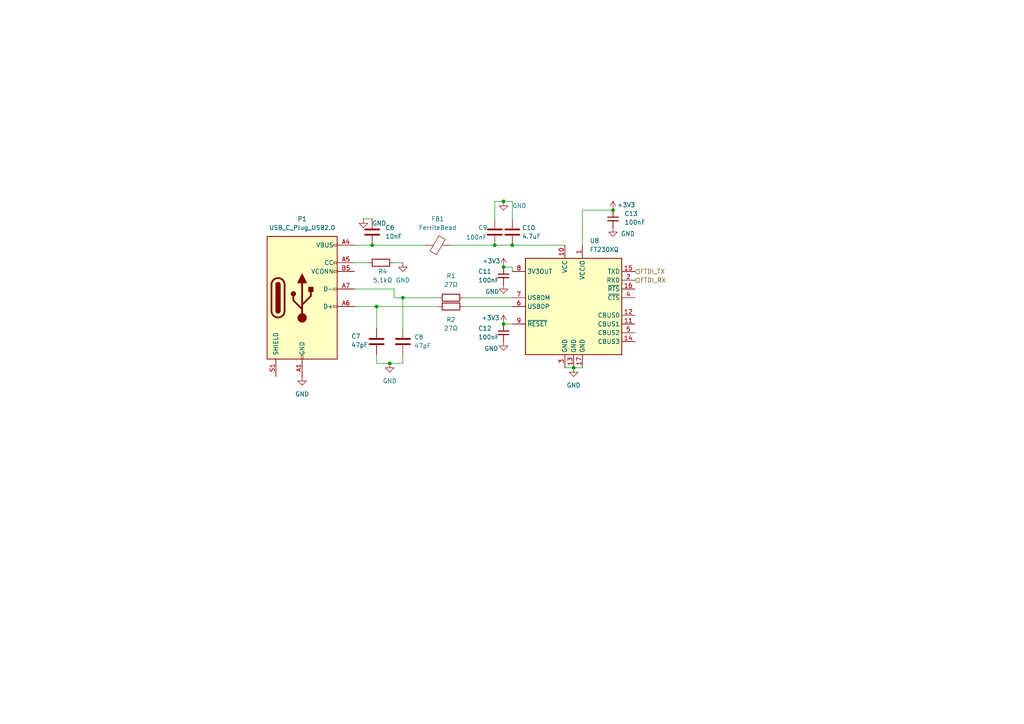
<source format=kicad_sch>
(kicad_sch (version 20250114) (generator "eeschema") (generator_version "9.0")
  (paper "A4")
  (lib_symbols
    (symbol "Connector:USB_C_Plug_USB2.0" (pin_names (offset 1.016))
      (property "Reference" "P" (at -10.16 19.05 0))
      (property "Value" "USB_C_Plug_USB2.0" (at 12.7 19.05 0))
      (symbol "USB_C_Plug_USB2.0_0_0"
        (rectangle (start -0.254 -17.78) (end 0.254 -16.764))
        (rectangle (start 10.16 15.494) (end 9.144 14.986))
        (rectangle (start 10.16 10.414) (end 9.144 9.906))
        (rectangle (start 10.16 7.874) (end 9.144 7.366))
        (rectangle (start 10.16 2.794) (end 9.144 2.286))
        (rectangle (start 10.16 -2.286) (end 9.144 -2.794))
      )
      (symbol "USB_C_Plug_USB2.0_0_1"
        (rectangle (start -10.16 17.78) (end 10.16 -17.78) (stroke (width 0.254)) (fill (type background)))
        (polyline (pts (xy -8.89 -3.81) (xy -8.89 3.81)) (stroke (width 0.508)))
        (rectangle (start -7.62 -3.81) (end -6.35 3.81) (stroke (width 0.254)) (fill (type outline)))
        (arc (start -7.62 3.81) (mid -6.985 4.4423) (end -6.35 3.81) (stroke (width 0.254)))
        (arc (start -7.62 3.81) (mid -6.985 4.4423) (end -6.35 3.81) (stroke (width 0.254)) (fill (type outline)))
        (arc (start -8.89 3.81) (mid -6.985 5.7067) (end -5.08 3.81) (stroke (width 0.508)))
        (arc (start -5.08 -3.81) (mid -6.985 -5.7067) (end -8.89 -3.81) (stroke (width 0.508)))
        (arc (start -6.35 -3.81) (mid -6.985 -4.4423) (end -7.62 -3.81) (stroke (width 0.254)))
        (arc (start -6.35 -3.81) (mid -6.985 -4.4423) (end -7.62 -3.81) (stroke (width 0.254)) (fill (type outline)))
        (polyline (pts (xy -5.08 3.81) (xy -5.08 -3.81)) (stroke (width 0.508)))
        (circle (center -2.54 1.143) (radius 0.635) (stroke (width 0.254)) (fill (type outline)))
        (polyline (pts (xy -1.27 4.318) (xy 0 6.858) (xy 1.27 4.318) (xy -1.27 4.318)) (stroke (width 0.254)) (fill (type outline)))
        (polyline (pts (xy 0 -2.032) (xy 2.54 0.508) (xy 2.54 1.778)) (stroke (width 0.508)))
        (polyline (pts (xy 0 -3.302) (xy -2.54 -0.762) (xy -2.54 0.508)) (stroke (width 0.508)))
        (polyline (pts (xy 0 -5.842) (xy 0 4.318)) (stroke (width 0.508)))
        (circle (center 0 -5.842) (radius 1.27) (fill (type outline)))
        (rectangle (start 1.905 1.778) (end 3.175 3.048) (stroke (width 0.254)) (fill (type outline)))
      )
      (symbol "USB_C_Plug_USB2.0_1_1"
        (pin passive line (at -7.62 -22.86 90) (length 5.08) (name "SHIELD") (number "S1"))
        (pin passive line (at 0 -22.86 90) (length 5.08) (name "GND") (number "A1"))
        (pin passive line (at 0 -22.86 90) (length 5.08) (hide yes) (name "GND") (number "A12"))
        (pin passive line (at 0 -22.86 90) (length 5.08) (hide yes) (name "GND") (number "B1"))
        (pin passive line (at 0 -22.86 90) (length 5.08) (hide yes) (name "GND") (number "B12"))
        (pin passive line (at 15.24 15.24 180) (length 5.08) (name "VBUS") (number "A4"))
        (pin passive line (at 15.24 15.24 180) (length 5.08) (hide yes) (name "VBUS") (number "A9"))
        (pin passive line (at 15.24 15.24 180) (length 5.08) (hide yes) (name "VBUS") (number "B4"))
        (pin passive line (at 15.24 15.24 180) (length 5.08) (hide yes) (name "VBUS") (number "B9"))
        (pin bidirectional line (at 15.24 10.16 180) (length 5.08) (name "CC") (number "A5"))
        (pin bidirectional line (at 15.24 7.62 180) (length 5.08) (name "VCONN") (number "B5"))
        (pin bidirectional line (at 15.24 2.54 180) (length 5.08) (name "D-") (number "A7"))
        (pin bidirectional line (at 15.24 -2.54 180) (length 5.08) (name "D+") (number "A6"))
      )
    )
    (symbol "Device:C" (pin_numbers (hide yes)) (pin_names (offset 0.254))
      (property "Reference" "C" (at 0.635 2.54 0))
      (property "Value" "C" (at 0.635 -2.54 0))
      (symbol "C_0_1"
        (polyline (pts (xy -2.032 0.762) (xy 2.032 0.762)) (stroke (width 0.508)))
        (polyline (pts (xy -2.032 -0.762) (xy 2.032 -0.762)) (stroke (width 0.508)))
      )
      (symbol "C_1_1"
        (pin passive line (at 0 3.81 270) (length 2.794) (name "~") (number "1"))
        (pin passive line (at 0 -3.81 90) (length 2.794) (name "~") (number "2"))
      )
    )
    (symbol "Device:C_Small" (pin_numbers (hide yes)) (pin_names (offset 0.254) (hide yes))
      (property "Reference" "C" (at 0.254 1.778 0))
      (property "Value" "C_Small" (at 0.254 -2.032 0))
      (symbol "C_Small_0_1"
        (polyline (pts (xy -1.524 0.508) (xy 1.524 0.508)) (stroke (width 0.3048)))
        (polyline (pts (xy -1.524 -0.508) (xy 1.524 -0.508)) (stroke (width 0.3302)))
      )
      (symbol "C_Small_1_1"
        (pin passive line (at 0 2.54 270) (length 2.032) (name "~") (number "1"))
        (pin passive line (at 0 -2.54 90) (length 2.032) (name "~") (number "2"))
      )
    )
    (symbol "Device:FerriteBead" (pin_numbers (hide yes)) (pin_names (offset 0))
      (property "Reference" "FB" (at -3.81 0.635 90))
      (property "Value" "FerriteBead" (at 3.81 0 90))
      (symbol "FerriteBead_0_1"
        (polyline (pts (xy -2.7686 0.4064) (xy -1.7018 2.2606) (xy 2.7686 -0.3048) (xy 1.6764 -2.159) (xy -2.7686 0.4064)))
        (polyline (pts (xy 0 1.27) (xy 0 1.2954)))
        (polyline (pts (xy 0 -1.27) (xy 0 -1.2192)))
      )
      (symbol "FerriteBead_1_1"
        (pin passive line (at 0 3.81 270) (length 2.54) (name "~") (number "1"))
        (pin passive line (at 0 -3.81 90) (length 2.54) (name "~") (number "2"))
      )
    )
    (symbol "Device:R" (pin_numbers (hide yes)) (pin_names (offset 0))
      (property "Reference" "R" (at 2.032 0 90))
      (property "Value" "R" (at 0 0 90))
      (symbol "R_0_1"
        (rectangle (start -1.016 -2.54) (end 1.016 2.54) (stroke (width 0.254)))
      )
      (symbol "R_1_1"
        (pin passive line (at 0 3.81 270) (length 1.27) (name "~") (number "1"))
        (pin passive line (at 0 -3.81 90) (length 1.27) (name "~") (number "2"))
      )
    )
    (symbol "Interface_USB:FT230XQ"
      (property "Reference" "U" (at -13.97 15.24 0))
      (property "Value" "FT230XQ" (at 7.62 15.24 0))
      (symbol "FT230XQ_0_1"
        (rectangle (start -13.97 13.97) (end 13.97 -13.97) (stroke (width 0.254)) (fill (type background)))
      )
      (symbol "FT230XQ_1_1"
        (pin power_out line (at -17.78 10.16 0) (length 3.81) (name "3V3OUT") (number "8"))
        (pin bidirectional line (at -17.78 2.54 0) (length 3.81) (name "USBDM") (number "7"))
        (pin bidirectional line (at -17.78 0 0) (length 3.81) (name "USBDP") (number "6"))
        (pin input line (at -17.78 -5.08 0) (length 3.81) (name "~{RESET}") (number "9"))
        (pin power_in line (at -2.54 17.78 270) (length 3.81) (name "VCC") (number "10"))
        (pin power_in line (at -2.54 -17.78 90) (length 3.81) (name "GND") (number "3"))
        (pin power_in line (at 0 -17.78 90) (length 3.81) (name "GND") (number "13"))
        (pin power_in line (at 2.54 17.78 270) (length 3.81) (name "VCCIO") (number "1"))
        (pin power_in line (at 2.54 -17.78 90) (length 3.81) (name "GND") (number "17"))
        (pin output line (at 17.78 10.16 180) (length 3.81) (name "TXD") (number "15"))
        (pin input line (at 17.78 7.62 180) (length 3.81) (name "RXD") (number "2"))
        (pin output line (at 17.78 5.08 180) (length 3.81) (name "~{RTS}") (number "16"))
        (pin input line (at 17.78 2.54 180) (length 3.81) (name "~{CTS}") (number "4"))
        (pin bidirectional line (at 17.78 -2.54 180) (length 3.81) (name "CBUS0") (number "12"))
        (pin bidirectional line (at 17.78 -5.08 180) (length 3.81) (name "CBUS1") (number "11"))
        (pin bidirectional line (at 17.78 -7.62 180) (length 3.81) (name "CBUS2") (number "5"))
        (pin bidirectional line (at 17.78 -10.16 180) (length 3.81) (name "CBUS3") (number "14"))
      )
    )
    (symbol "power:+3V3" (power) (pin_numbers (hide yes)) (pin_names (offset 0) (hide yes))
      (property "Value" "+3V3" (at 0 3.556 0))
      (symbol "+3V3_0_1"
        (polyline (pts (xy -0.762 1.27) (xy 0 2.54)))
        (polyline (pts (xy 0 2.54) (xy 0.762 1.27)))
        (polyline (pts (xy 0 0) (xy 0 2.54)))
      )
      (symbol "+3V3_1_1"
        (pin power_in line (at 0 0 90) (length 0) (name "~") (number "1"))
      )
    )
    (symbol "power:GND" (power) (pin_numbers (hide yes)) (pin_names (offset 0) (hide yes))
      (property "Value" "GND" (at 0 -3.81 0))
      (symbol "GND_0_1"
        (polyline (pts (xy 0 0) (xy 0 -1.27) (xy 1.27 -1.27) (xy 0 -2.54) (xy -1.27 -1.27) (xy 0 -1.27)))
      )
      (symbol "GND_1_1"
        (pin power_in line (at 0 0 270) (length 0) (name "~") (number "1"))
      )
    )
  )
  (junction (at 113.03 105.41))
  (junction (at 146.05 58.42))
  (junction (at 116.84 86.36))
  (junction (at 146.05 93.98))
  (junction (at 148.59 71.12))
  (junction (at 143.51 71.12))
  (junction (at 109.22 88.9))
  (junction (at 177.8 60.96))
  (junction (at 166.37 106.68))
  (junction (at 107.95 71.12))
  (junction (at 146.05 77.47))
  (wire (pts (xy 116.84 102.87) (xy 116.84 105.41)))
  (wire (pts (xy 109.22 105.41) (xy 113.03 105.41)))
  (wire (pts (xy 134.62 88.9) (xy 148.59 88.9)))
  (wire (pts (xy 134.62 86.36) (xy 148.59 86.36)))
  (wire (pts (xy 143.51 58.42) (xy 143.51 63.5)))
  (wire (pts (xy 105.41 63.5) (xy 107.95 63.5)))
  (wire (pts (xy 116.84 86.36) (xy 116.84 95.25)))
  (wire (pts (xy 163.83 106.68) (xy 166.37 106.68)))
  (wire (pts (xy 146.05 58.42) (xy 148.59 58.42)))
  (wire (pts (xy 146.05 93.98) (xy 148.59 93.98)))
  (wire (pts (xy 102.87 71.12) (xy 107.95 71.12)))
  (wire (pts (xy 106.68 76.2) (xy 102.87 76.2)))
  (wire (pts (xy 102.87 88.9) (xy 109.22 88.9)))
  (wire (pts (xy 114.3 86.36) (xy 116.84 86.36)))
  (wire (pts (xy 116.84 86.36) (xy 127 86.36)))
  (wire (pts (xy 109.22 88.9) (xy 127 88.9)))
  (wire (pts (xy 113.03 105.41) (xy 116.84 105.41)))
  (wire (pts (xy 107.95 71.12) (xy 123.19 71.12)))
  (wire (pts (xy 102.87 83.82) (xy 114.3 83.82)))
  (wire (pts (xy 168.91 60.96) (xy 168.91 71.12)))
  (wire (pts (xy 166.37 106.68) (xy 168.91 106.68)))
  (wire (pts (xy 130.81 71.12) (xy 143.51 71.12)))
  (wire (pts (xy 143.51 58.42) (xy 146.05 58.42)))
  (wire (pts (xy 116.84 76.2) (xy 114.3 76.2)))
  (wire (pts (xy 143.51 71.12) (xy 148.59 71.12)))
  (wire (pts (xy 109.22 102.87) (xy 109.22 105.41)))
  (wire (pts (xy 109.22 88.9) (xy 109.22 95.25)))
  (wire (pts (xy 148.59 77.47) (xy 148.59 78.74)))
  (wire (pts (xy 148.59 71.12) (xy 163.83 71.12)))
  (wire (pts (xy 114.3 83.82) (xy 114.3 86.36)))
  (wire (pts (xy 148.59 58.42) (xy 148.59 63.5)))
  (wire (pts (xy 177.8 60.96) (xy 168.91 60.96)))
  (wire (pts (xy 146.05 77.47) (xy 148.59 77.47)))
  (hierarchical_label "FTDI_TX" (shape input) (at 184.15 78.74 0))
  (hierarchical_label "FTDI_RX" (shape input) (at 184.15 81.28 0))
  (symbol (lib_id "Device:C_Small") (at 146.05 96.52 0) (unit 1)
    (property "Reference" "C12" (at 138.684 95.25 0) (effects (justify left)))
    (property "Value" "100nF" (at 138.684 97.79 0) (effects (justify left)))
    (property "Description" "Unpolarized capacitor, small symbol" (effects (hide yes)))
  )
  (symbol (lib_id "Device:R") (at 130.81 88.9 90) (unit 1)
    (property "Reference" "R2" (at 130.81 92.71 90))
    (property "Value" "27Ω" (at 130.81 95.25 90))
    (property "Description" "Resistor" (effects (hide yes)))
  )
  (symbol (lib_id "power:+3V3") (at 146.05 77.47 0) (unit 1)
    (property "Reference" "#PWR015" (effects (hide yes)))
    (property "Value" "+3V3" (at 142.494 75.692 0))
    (property "Description" "Power symbol creates a global label with name \"+3V3\"" (effects (hide yes)))
  )
  (symbol (lib_id "power:GND") (at 146.05 58.42 0) (unit 1)
    (property "Reference" "#PWR014" (effects (hide yes)))
    (property "Value" "GND" (at 148.59 59.6899 0) (effects (justify left)))
    (property "Description" "Power symbol creates a global label with name \"GND\" , ground" (effects (hide yes)))
  )
  (symbol (lib_id "power:+3V3") (at 146.05 93.98 0) (unit 1)
    (property "Reference" "#PWR017" (effects (hide yes)))
    (property "Value" "+3V3" (at 142.24 92.202 0))
    (property "Description" "Power symbol creates a global label with name \"+3V3\"" (effects (hide yes)))
  )
  (symbol (lib_id "Device:R") (at 110.49 76.2 90) (unit 1)
    (property "Reference" "R4" (at 110.998 78.74 90))
    (property "Value" "5.1kΩ" (at 110.998 81.28 90))
    (property "Description" "Resistor" (effects (hide yes)))
  )
  (symbol (lib_id "Device:FerriteBead") (at 127 71.12 90) (unit 1)
    (property "Reference" "FB1" (at 126.9492 63.5 90))
    (property "Value" "FerriteBead" (at 126.9492 66.04 90))
    (property "Description" "Ferrite bead" (effects (hide yes)))
  )
  (symbol (lib_id "Device:C") (at 109.22 99.06 0) (unit 1)
    (property "Reference" "C7" (at 101.854 97.536 0) (effects (justify left)))
    (property "Value" "47pF" (at 101.854 100.076 0) (effects (justify left)))
    (property "Description" "Unpolarized capacitor" (effects (hide yes)))
  )
  (symbol (lib_id "power:GND") (at 146.05 99.06 0) (unit 1)
    (property "Reference" "#PWR019" (effects (hide yes)))
    (property "Value" "GND" (at 142.494 101.092 0))
    (property "Description" "Power symbol creates a global label with name \"GND\" , ground" (effects (hide yes)))
  )
  (symbol (lib_id "power:GND") (at 87.63 109.22 0) (unit 1)
    (property "Reference" "#PWR03" (effects (hide yes)))
    (property "Value" "GND" (at 87.63 114.3 0))
    (property "Description" "Power symbol creates a global label with name \"GND\" , ground" (effects (hide yes)))
  )
  (symbol (lib_id "power:GND") (at 105.41 63.5 0) (unit 1)
    (property "Reference" "#PWR012" (effects (hide yes)))
    (property "Value" "GND" (at 107.95 64.7699 0) (effects (justify left)))
    (property "Description" "Power symbol creates a global label with name \"GND\" , ground" (effects (hide yes)))
  )
  (symbol (lib_id "power:GND") (at 116.84 76.2 0) (unit 1)
    (property "Reference" "#PWR033" (effects (hide yes)))
    (property "Value" "GND" (at 116.84 81.28 0))
    (property "Description" "Power symbol creates a global label with name \"GND\" , ground" (effects (hide yes)))
  )
  (symbol (lib_id "Device:C") (at 148.59 67.31 0) (unit 1)
    (property "Reference" "C10" (at 151.384 66.04 0) (effects (justify left)))
    (property "Value" "4.7uF" (at 151.384 68.58 0) (effects (justify left)))
    (property "Description" "Unpolarized capacitor" (effects (hide yes)))
  )
  (symbol (lib_id "Device:C") (at 107.95 67.31 0) (unit 1)
    (property "Reference" "C6" (at 111.76 66.0399 0) (effects (justify left)))
    (property "Value" "10nF" (at 111.76 68.5799 0) (effects (justify left)))
    (property "Description" "Unpolarized capacitor" (effects (hide yes)))
  )
  (symbol (lib_id "power:+3V3") (at 177.8 60.96 0) (unit 1)
    (property "Reference" "#PWR020" (effects (hide yes)))
    (property "Value" "+3V3" (at 181.61 59.436 0))
    (property "Description" "Power symbol creates a global label with name \"+3V3\"" (effects (hide yes)))
  )
  (symbol (lib_id "Device:C_Small") (at 177.8 63.5 0) (unit 1)
    (property "Reference" "C13" (at 181.102 61.976 0) (effects (justify left)))
    (property "Value" "100nF" (at 181.102 64.516 0) (effects (justify left)))
    (property "Description" "Unpolarized capacitor, small symbol" (effects (hide yes)))
  )
  (symbol (lib_id "power:GND") (at 177.8 66.04 0) (unit 1)
    (property "Reference" "#PWR021" (effects (hide yes)))
    (property "Value" "GND" (at 182.118 67.818 0))
    (property "Description" "Power symbol creates a global label with name \"GND\" , ground" (effects (hide yes)))
  )
  (symbol (lib_id "power:GND") (at 113.03 105.41 0) (unit 1)
    (property "Reference" "#PWR013" (effects (hide yes)))
    (property "Value" "GND" (at 113.03 110.49 0))
    (property "Description" "Power symbol creates a global label with name \"GND\" , ground" (effects (hide yes)))
  )
  (symbol (lib_id "Device:C_Small") (at 146.05 80.01 0) (unit 1)
    (property "Reference" "C11" (at 138.684 78.74 0) (effects (justify left)))
    (property "Value" "100nF" (at 138.684 81.28 0) (effects (justify left)))
    (property "Description" "Unpolarized capacitor, small symbol" (effects (hide yes)))
  )
  (symbol (lib_id "Device:C") (at 143.51 67.31 0) (unit 1)
    (property "Reference" "C9" (at 138.684 66.04 0) (effects (justify left)))
    (property "Value" "100nF" (at 135.128 68.834 0) (effects (justify left)))
    (property "Description" "Unpolarized capacitor" (effects (hide yes)))
  )
  (symbol (lib_id "Device:C") (at 116.84 99.06 0) (unit 1)
    (property "Reference" "C8" (at 120.142 97.79 0) (effects (justify left)))
    (property "Value" "47pF" (at 120.142 100.33 0) (effects (justify left)))
    (property "Description" "Unpolarized capacitor" (effects (hide yes)))
  )
  (symbol (lib_id "Interface_USB:FT230XQ") (at 166.37 88.9 0) (unit 1)
    (property "Reference" "U8" (at 171.0533 69.85 0) (effects (justify left)))
    (property "Value" "FT230XQ" (at 171.0533 72.39 0) (effects (justify left)))
    (property "Footprint" "Package_DFN_QFN:QFN-16-1EP_4x4mm_P0.65mm_EP2.1x2.1mm" (effects (hide yes)))
    (property "Datasheet" "https://ftdichip.com/wp-content/uploads/2024/05/DS_FT230X.pdf" (effects (hide yes)))
    (property "Description" "Full Speed USB to Basic UART, QFN-16" (effects (hide yes)))
  )
  (symbol (lib_id "power:GND") (at 146.05 82.55 0) (unit 1)
    (property "Reference" "#PWR018" (effects (hide yes)))
    (property "Value" "GND" (at 142.748 84.582 0))
    (property "Description" "Power symbol creates a global label with name \"GND\" , ground" (effects (hide yes)))
  )
  (symbol (lib_id "Device:R") (at 130.81 86.36 90) (unit 1)
    (property "Reference" "R1" (at 130.81 80.01 90))
    (property "Value" "27Ω" (at 130.81 82.55 90))
    (property "Description" "Resistor" (effects (hide yes)))
  )
  (symbol (lib_id "power:GND") (at 166.37 106.68 0) (unit 1)
    (property "Reference" "#PWR05" (effects (hide yes)))
    (property "Value" "GND" (at 166.37 111.76 0))
    (property "Description" "Power symbol creates a global label with name \"GND\" , ground" (effects (hide yes)))
  )
  (symbol (lib_id "Connector:USB_C_Plug_USB2.0") (at 87.63 86.36 0) (unit 1)
    (property "Reference" "P1" (at 87.63 63.5 0))
    (property "Value" "USB_C_Plug_USB2.0" (at 87.63 66.04 0))
    (property "Datasheet" "https://www.usb.org/sites/default/files/documents/usb_type-c.zip" (effects (hide yes)))
    (property "Description" "USB 2.0-only Type-C Plug connector" (effects (hide yes)))
  )
)
</source>
